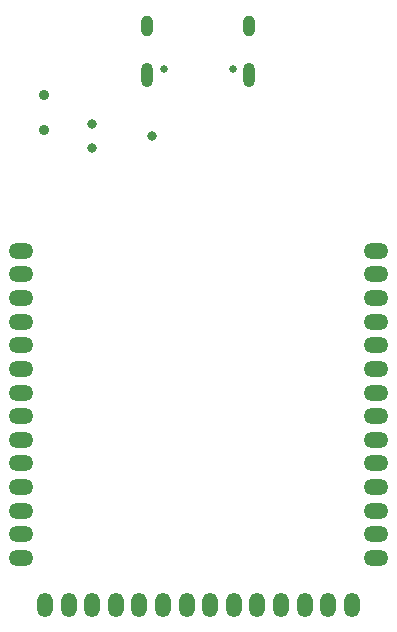
<source format=gbr>
%TF.GenerationSoftware,KiCad,Pcbnew,7.0.2*%
%TF.CreationDate,2023-06-14T20:26:51+10:00*%
%TF.ProjectId,STM32_Simple_Rev1.0,53544d33-325f-4536-996d-706c655f5265,rev?*%
%TF.SameCoordinates,Original*%
%TF.FileFunction,Soldermask,Bot*%
%TF.FilePolarity,Negative*%
%FSLAX46Y46*%
G04 Gerber Fmt 4.6, Leading zero omitted, Abs format (unit mm)*
G04 Created by KiCad (PCBNEW 7.0.2) date 2023-06-14 20:26:51*
%MOMM*%
%LPD*%
G01*
G04 APERTURE LIST*
G04 Aperture macros list*
%AMRoundRect*
0 Rectangle with rounded corners*
0 $1 Rounding radius*
0 $2 $3 $4 $5 $6 $7 $8 $9 X,Y pos of 4 corners*
0 Add a 4 corners polygon primitive as box body*
4,1,4,$2,$3,$4,$5,$6,$7,$8,$9,$2,$3,0*
0 Add four circle primitives for the rounded corners*
1,1,$1+$1,$2,$3*
1,1,$1+$1,$4,$5*
1,1,$1+$1,$6,$7*
1,1,$1+$1,$8,$9*
0 Add four rect primitives between the rounded corners*
20,1,$1+$1,$2,$3,$4,$5,0*
20,1,$1+$1,$4,$5,$6,$7,0*
20,1,$1+$1,$6,$7,$8,$9,0*
20,1,$1+$1,$8,$9,$2,$3,0*%
G04 Aperture macros list end*
%ADD10RoundRect,0.520000X-0.480000X-0.130000X0.480000X-0.130000X0.480000X0.130000X-0.480000X0.130000X0*%
%ADD11RoundRect,0.520000X0.130000X-0.480000X0.130000X0.480000X-0.130000X0.480000X-0.130000X-0.480000X0*%
%ADD12RoundRect,0.520000X0.480000X0.130000X-0.480000X0.130000X-0.480000X-0.130000X0.480000X-0.130000X0*%
%ADD13C,0.650000*%
%ADD14O,1.000000X2.100000*%
%ADD15O,1.000000X1.800000*%
%ADD16C,0.800000*%
%ADD17C,0.900000*%
G04 APERTURE END LIST*
D10*
%TO.C,J15*%
X185000000Y-108000000D03*
%TD*%
%TO.C,J16*%
X185000000Y-110000000D03*
%TD*%
%TO.C,J14*%
X185000000Y-106000000D03*
%TD*%
%TO.C,J9*%
X185000000Y-96000000D03*
%TD*%
D11*
%TO.C,J30*%
X209000000Y-118000000D03*
%TD*%
D10*
%TO.C,J5*%
X185000000Y-90000000D03*
%TD*%
D12*
%TO.C,J37*%
X215000000Y-106000000D03*
%TD*%
%TO.C,J46*%
X215000000Y-88000000D03*
%TD*%
D11*
%TO.C,J29*%
X207000000Y-118000000D03*
%TD*%
D10*
%TO.C,J6*%
X185000000Y-92000000D03*
%TD*%
D12*
%TO.C,J39*%
X215000000Y-102000000D03*
%TD*%
D11*
%TO.C,J22*%
X193000000Y-118000000D03*
%TD*%
%TO.C,J32*%
X213000000Y-118000000D03*
%TD*%
D13*
%TO.C,J8*%
X202890000Y-72605000D03*
X197110000Y-72605000D03*
D14*
X204320000Y-73125000D03*
D15*
X204320000Y-68925000D03*
D14*
X195680000Y-73125000D03*
D15*
X195680000Y-68925000D03*
%TD*%
D12*
%TO.C,J34*%
X215000000Y-111998624D03*
%TD*%
D10*
%TO.C,J10*%
X185000000Y-98000000D03*
%TD*%
%TO.C,J7*%
X185000000Y-94000000D03*
%TD*%
D12*
%TO.C,J38*%
X215000000Y-104000000D03*
%TD*%
D16*
%TO.C,J3*%
X196080000Y-78315500D03*
X191000000Y-79331500D03*
X191000000Y-77299500D03*
%TD*%
D10*
%TO.C,J11*%
X185000000Y-100000000D03*
%TD*%
D17*
%TO.C,SW1*%
X186940000Y-74800000D03*
X186940000Y-77800000D03*
%TD*%
D12*
%TO.C,J44*%
X215000000Y-92000000D03*
%TD*%
D10*
%TO.C,J4*%
X185000000Y-88000000D03*
%TD*%
D11*
%TO.C,J20*%
X189000000Y-118000000D03*
%TD*%
D12*
%TO.C,J40*%
X215000000Y-100000000D03*
%TD*%
D11*
%TO.C,J27*%
X203000000Y-118000000D03*
%TD*%
D10*
%TO.C,J13*%
X185000000Y-104000000D03*
%TD*%
D12*
%TO.C,J45*%
X215000000Y-90000000D03*
%TD*%
D10*
%TO.C,J17*%
X185000000Y-112000000D03*
%TD*%
D11*
%TO.C,J28*%
X205000000Y-118000000D03*
%TD*%
%TO.C,J26*%
X201000000Y-118000000D03*
%TD*%
D12*
%TO.C,J41*%
X215000000Y-98000000D03*
%TD*%
%TO.C,J35*%
X215000000Y-110000000D03*
%TD*%
D11*
%TO.C,J24*%
X197000000Y-118000000D03*
%TD*%
D12*
%TO.C,J42*%
X215000000Y-96000000D03*
%TD*%
D11*
%TO.C,J31*%
X211000000Y-118000000D03*
%TD*%
D10*
%TO.C,J12*%
X185000000Y-102000000D03*
%TD*%
D12*
%TO.C,J33*%
X215000000Y-114000000D03*
%TD*%
D11*
%TO.C,J23*%
X195000000Y-118000000D03*
%TD*%
D12*
%TO.C,J43*%
X215000000Y-94000000D03*
%TD*%
D11*
%TO.C,J25*%
X199000000Y-118000000D03*
%TD*%
%TO.C,J19*%
X187000000Y-118000000D03*
%TD*%
%TO.C,J21*%
X191000000Y-118000000D03*
%TD*%
D10*
%TO.C,J18*%
X185000000Y-114000000D03*
%TD*%
D12*
%TO.C,J36*%
X215000000Y-108000000D03*
%TD*%
M02*

</source>
